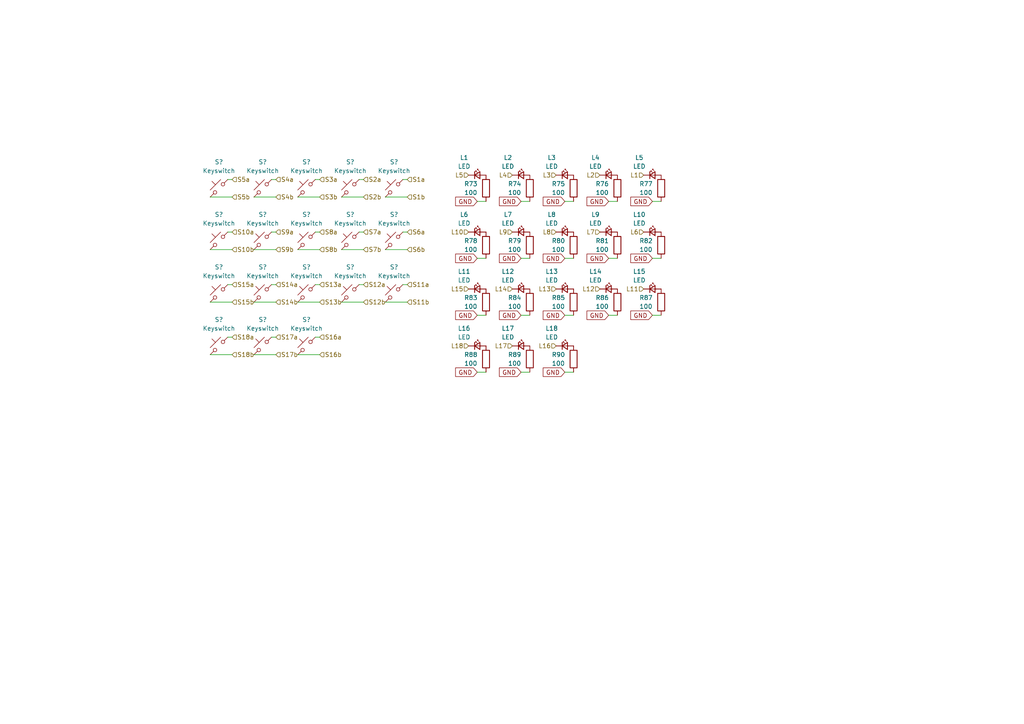
<source format=kicad_sch>
(kicad_sch (version 20230121) (generator eeschema)
  (paper "A4")
  (lib_symbols
    (symbol "Device:LED_Small" (pin_numbers hide) (pin_names (offset 0.254) hide)
      (property "Reference" "D" (at -1.27 3.175 0))
      (property "Value" "LED_Small" (at -4.445 -2.54 0))
      (symbol "LED_Small_0_1"
        (polyline (pts (xy -0.762 -1.016) (xy -0.762 1.016)) (stroke (width 0.254)))
        (polyline (pts (xy 1.016 0) (xy -0.762 0)))
        (polyline (pts (xy 0.762 -1.016) (xy -0.762 0) (xy 0.762 1.016) (xy 0.762 -1.016)) (stroke (width 0.254)))
        (polyline (pts (xy 0 0.762) (xy -0.508 1.27) (xy -0.254 1.27) (xy -0.508 1.27) (xy -0.508 1.016)))
        (polyline (pts (xy 0.508 1.27) (xy 0 1.778) (xy 0.254 1.778) (xy 0 1.778) (xy 0 1.524)))
      )
      (symbol "LED_Small_1_1"
        (pin passive line (at -2.54 0 0) (length 1.778) (name "K") (number "1"))
        (pin passive line (at 2.54 0 180) (length 1.778) (name "A") (number "2"))
      )
    )
    (symbol "ScottoKeebs:Placeholder_Keyswitch" (pin_numbers hide) (pin_names (offset 1.016) hide)
      (property "Reference" "S" (at 3.048 1.016 0))
      (property "Value" "Keyswitch" (at 0 -3.81 0))
      (symbol "Placeholder_Keyswitch_0_1"
        (circle (center -1.1684 1.1684) (radius 0.508))
        (polyline (pts (xy -0.508 2.54) (xy 2.54 -0.508)))
        (polyline (pts (xy 1.016 1.016) (xy 2.032 2.032)))
        (polyline (pts (xy -2.54 2.54) (xy -1.524 1.524) (xy -1.524 1.524)))
        (polyline (pts (xy 1.524 -1.524) (xy 2.54 -2.54) (xy 2.54 -2.54) (xy 2.54 -2.54)))
        (circle (center 1.143 -1.1938) (radius 0.508))
        (pin passive line (at -2.54 2.54 0) (length 0) (name "1") (number "1"))
        (pin passive line (at 2.54 -2.54 180) (length 0) (name "2") (number "2"))
      )
    )
    (symbol "ScottoKeebs:Placeholder_Resistor" (pin_numbers hide) (pin_names (offset 0))
      (property "Reference" "R" (at 0 2.032 0))
      (property "Value" "Resistor" (at 0 -2.54 0))
      (symbol "Placeholder_Resistor_0_1"
        (rectangle (start 2.54 -1.016) (end -2.54 1.016) (stroke (width 0.254)))
      )
      (symbol "Placeholder_Resistor_1_1"
        (pin passive line (at -3.81 0 0) (length 1.27) (name "~") (number "1"))
        (pin passive line (at 3.81 0 180) (length 1.27) (name "~") (number "2"))
      )
    )
  )
  (wire (pts (xy 163.83 74.93) (xy 166.37 74.93)))
  (wire (pts (xy 67.31 102.87) (xy 60.96 102.87)))
  (wire (pts (xy 80.01 87.63) (xy 73.66 87.63)))
  (wire (pts (xy 163.83 107.95) (xy 166.37 107.95)))
  (wire (pts (xy 67.31 67.31) (xy 66.04 67.31)))
  (wire (pts (xy 105.41 52.07) (xy 104.14 52.07)))
  (wire (pts (xy 163.83 91.44) (xy 166.37 91.44)))
  (wire (pts (xy 151.13 74.93) (xy 153.67 74.93)))
  (wire (pts (xy 105.41 82.55) (xy 104.14 82.55)))
  (wire (pts (xy 92.71 67.31) (xy 91.44 67.31)))
  (wire (pts (xy 118.11 87.63) (xy 111.76 87.63)))
  (wire (pts (xy 189.23 74.93) (xy 191.77 74.93)))
  (wire (pts (xy 118.11 67.31) (xy 116.84 67.31)))
  (wire (pts (xy 105.41 67.31) (xy 104.14 67.31)))
  (wire (pts (xy 67.31 87.63) (xy 60.96 87.63)))
  (wire (pts (xy 80.01 57.15) (xy 73.66 57.15)))
  (wire (pts (xy 151.13 91.44) (xy 153.67 91.44)))
  (wire (pts (xy 138.43 74.93) (xy 140.97 74.93)))
  (wire (pts (xy 176.53 91.44) (xy 179.07 91.44)))
  (wire (pts (xy 92.71 72.39) (xy 86.36 72.39)))
  (wire (pts (xy 189.23 91.44) (xy 191.77 91.44)))
  (wire (pts (xy 92.71 52.07) (xy 91.44 52.07)))
  (wire (pts (xy 67.31 82.55) (xy 66.04 82.55)))
  (wire (pts (xy 67.31 57.15) (xy 60.96 57.15)))
  (wire (pts (xy 80.01 72.39) (xy 73.66 72.39)))
  (wire (pts (xy 92.71 97.79) (xy 91.44 97.79)))
  (wire (pts (xy 138.43 107.95) (xy 140.97 107.95)))
  (wire (pts (xy 92.71 87.63) (xy 86.36 87.63)))
  (wire (pts (xy 138.43 58.42) (xy 140.97 58.42)))
  (wire (pts (xy 105.41 57.15) (xy 99.06 57.15)))
  (wire (pts (xy 92.71 82.55) (xy 91.44 82.55)))
  (wire (pts (xy 151.13 107.95) (xy 153.67 107.95)))
  (wire (pts (xy 138.43 91.44) (xy 140.97 91.44)))
  (wire (pts (xy 67.31 52.07) (xy 66.04 52.07)))
  (wire (pts (xy 80.01 52.07) (xy 78.74 52.07)))
  (wire (pts (xy 118.11 57.15) (xy 111.76 57.15)))
  (wire (pts (xy 67.31 97.79) (xy 66.04 97.79)))
  (wire (pts (xy 92.71 57.15) (xy 86.36 57.15)))
  (wire (pts (xy 92.71 102.87) (xy 86.36 102.87)))
  (wire (pts (xy 176.53 58.42) (xy 179.07 58.42)))
  (wire (pts (xy 118.11 82.55) (xy 116.84 82.55)))
  (wire (pts (xy 118.11 52.07) (xy 116.84 52.07)))
  (wire (pts (xy 80.01 97.79) (xy 78.74 97.79)))
  (wire (pts (xy 189.23 58.42) (xy 191.77 58.42)))
  (wire (pts (xy 176.53 74.93) (xy 179.07 74.93)))
  (wire (pts (xy 80.01 82.55) (xy 78.74 82.55)))
  (wire (pts (xy 105.41 87.63) (xy 99.06 87.63)))
  (wire (pts (xy 163.83 58.42) (xy 166.37 58.42)))
  (wire (pts (xy 80.01 67.31) (xy 78.74 67.31)))
  (wire (pts (xy 105.41 72.39) (xy 99.06 72.39)))
  (wire (pts (xy 80.01 102.87) (xy 73.66 102.87)))
  (wire (pts (xy 67.31 72.39) (xy 60.96 72.39)))
  (wire (pts (xy 151.13 58.42) (xy 153.67 58.42)))
  (wire (pts (xy 118.11 72.39) (xy 111.76 72.39)))
  (global_label "GND" (shape input) (at 151.13 58.42 180) (property "Intersheetrefs" "${INTERSHEET_REFS}" (effects hide)))
  (global_label "GND" (shape input) (at 163.83 107.95 180) (property "Intersheetrefs" "${INTERSHEET_REFS}" (effects hide)))
  (global_label "GND" (shape input) (at 163.83 58.42 180) (property "Intersheetrefs" "${INTERSHEET_REFS}" (effects hide)))
  (global_label "GND" (shape input) (at 189.23 91.44 180) (property "Intersheetrefs" "${INTERSHEET_REFS}" (effects hide)))
  (global_label "GND" (shape input) (at 138.43 107.95 180) (property "Intersheetrefs" "${INTERSHEET_REFS}" (effects hide)))
  (global_label "GND" (shape input) (at 163.83 91.44 180) (property "Intersheetrefs" "${INTERSHEET_REFS}" (effects hide)))
  (global_label "GND" (shape input) (at 176.53 91.44 180) (property "Intersheetrefs" "${INTERSHEET_REFS}" (effects hide)))
  (global_label "GND" (shape input) (at 189.23 74.93 180) (property "Intersheetrefs" "${INTERSHEET_REFS}" (effects hide)))
  (global_label "GND" (shape input) (at 176.53 74.93 180) (property "Intersheetrefs" "${INTERSHEET_REFS}" (effects hide)))
  (global_label "GND" (shape input) (at 163.83 74.93 180) (property "Intersheetrefs" "${INTERSHEET_REFS}" (effects hide)))
  (global_label "GND" (shape input) (at 176.53 58.42 180) (property "Intersheetrefs" "${INTERSHEET_REFS}" (effects hide)))
  (global_label "GND" (shape input) (at 151.13 107.95 180) (property "Intersheetrefs" "${INTERSHEET_REFS}" (effects hide)))
  (global_label "GND" (shape input) (at 138.43 91.44 180) (property "Intersheetrefs" "${INTERSHEET_REFS}" (effects hide)))
  (global_label "GND" (shape input) (at 189.23 58.42 180) (property "Intersheetrefs" "${INTERSHEET_REFS}" (effects hide)))
  (global_label "GND" (shape input) (at 151.13 74.93 180) (property "Intersheetrefs" "${INTERSHEET_REFS}" (effects hide)))
  (global_label "GND" (shape input) (at 138.43 58.42 180) (property "Intersheetrefs" "${INTERSHEET_REFS}" (effects hide)))
  (global_label "GND" (shape input) (at 151.13 91.44 180) (property "Intersheetrefs" "${INTERSHEET_REFS}" (effects hide)))
  (global_label "GND" (shape input) (at 138.43 74.93 180) (property "Intersheetrefs" "${INTERSHEET_REFS}" (effects hide)))
  (hierarchical_label "S4a" (shape input) (at 80.01 52.07 0))
  (hierarchical_label "S17b" (shape input) (at 80.01 102.87 0))
  (hierarchical_label "S5b" (shape input) (at 67.31 57.15 0))
  (hierarchical_label "L10" (shape input) (at 135.89 67.31 180))
  (hierarchical_label "S13a" (shape input) (at 92.71 82.55 0))
  (hierarchical_label "S18b" (shape input) (at 67.31 102.87 0))
  (hierarchical_label "S5a" (shape input) (at 67.31 52.07 0))
  (hierarchical_label "L17" (shape input) (at 148.59 100.33 180))
  (hierarchical_label "S11b" (shape input) (at 118.11 87.63 0))
  (hierarchical_label "L1" (shape input) (at 186.69 50.8 180))
  (hierarchical_label "L12" (shape input) (at 173.99 83.82 180))
  (hierarchical_label "L2" (shape input) (at 173.99 50.8 180))
  (hierarchical_label "L6" (shape input) (at 186.69 67.31 180))
  (hierarchical_label "L9" (shape input) (at 148.59 67.31 180))
  (hierarchical_label "L16" (shape input) (at 161.29 100.33 180))
  (hierarchical_label "S8b" (shape input) (at 92.71 72.39 0))
  (hierarchical_label "S1b" (shape input) (at 118.11 57.15 0))
  (hierarchical_label "S6b" (shape input) (at 118.11 72.39 0))
  (hierarchical_label "L13" (shape input) (at 161.29 83.82 180))
  (hierarchical_label "S16b" (shape input) (at 92.71 102.87 0))
  (hierarchical_label "S10a" (shape input) (at 67.31 67.31 0))
  (hierarchical_label "S3b" (shape input) (at 92.71 57.15 0))
  (hierarchical_label "S1a" (shape input) (at 118.11 52.07 0))
  (hierarchical_label "S15b" (shape input) (at 67.31 87.63 0))
  (hierarchical_label "S14b" (shape input) (at 80.01 87.63 0))
  (hierarchical_label "L14" (shape input) (at 148.59 83.82 180))
  (hierarchical_label "S15a" (shape input) (at 67.31 82.55 0))
  (hierarchical_label "S9a" (shape input) (at 80.01 67.31 0))
  (hierarchical_label "L5" (shape input) (at 135.89 50.8 180))
  (hierarchical_label "S6a" (shape input) (at 118.11 67.31 0))
  (hierarchical_label "L3" (shape input) (at 161.29 50.8 180))
  (hierarchical_label "S14a" (shape input) (at 80.01 82.55 0))
  (hierarchical_label "S7b" (shape input) (at 105.41 72.39 0))
  (hierarchical_label "S16a" (shape input) (at 92.71 97.79 0))
  (hierarchical_label "S7a" (shape input) (at 105.41 67.31 0))
  (hierarchical_label "S8a" (shape input) (at 92.71 67.31 0))
  (hierarchical_label "S4b" (shape input) (at 80.01 57.15 0))
  (hierarchical_label "S18a" (shape input) (at 67.31 97.79 0))
  (hierarchical_label "S12b" (shape input) (at 105.41 87.63 0))
  (hierarchical_label "L15" (shape input) (at 135.89 83.82 180))
  (hierarchical_label "S11a" (shape input) (at 118.11 82.55 0))
  (hierarchical_label "S17a" (shape input) (at 80.01 97.79 0))
  (hierarchical_label "L8" (shape input) (at 161.29 67.31 180))
  (hierarchical_label "S12a" (shape input) (at 105.41 82.55 0))
  (hierarchical_label "L7" (shape input) (at 173.99 67.31 180))
  (hierarchical_label "S3a" (shape input) (at 92.71 52.07 0))
  (hierarchical_label "S9b" (shape input) (at 80.01 72.39 0))
  (hierarchical_label "S13b" (shape input) (at 92.71 87.63 0))
  (hierarchical_label "L11" (shape input) (at 186.69 83.82 180))
  (hierarchical_label "S2b" (shape input) (at 105.41 57.15 0))
  (hierarchical_label "S10b" (shape input) (at 67.31 72.39 0))
  (hierarchical_label "L18" (shape input) (at 135.89 100.33 180))
  (hierarchical_label "S2a" (shape input) (at 105.41 52.07 0))
  (hierarchical_label "L4" (shape input) (at 148.59 50.8 180))
  (symbol (lib_id "Device:LED_Small") (at 151.13 50.8 0) (unit 1)
    (property "Reference" "L2" (at 147.32 45.72 0))
    (property "Value" "LED" (at 147.32 48.26 0))
    (property "Footprint" "LED_SMD:LED_0603_1608Metric" (effects hide))
    (instances (project "unchat_keeb" (path "" (reference "L2") (unit 1)) (path "" (reference "L22") (unit 1))))
  )
  (symbol (lib_id "Device:LED_Small") (at 163.83 100.33 0) (unit 1)
    (property "Reference" "L18" (at 160.02 95.25 0))
    (property "Value" "LED" (at 160.02 97.79 0))
    (property "Footprint" "LED_SMD:LED_0603_1608Metric" (effects hide))
    (instances (project "unchat_keeb" (path "" (reference "L18") (unit 1)) (path "" (reference "L34") (unit 1))))
  )
  (symbol (lib_id "ScottoKeebs:Placeholder_Keyswitch") (at 114.3 85.09 0) (mirror y) (unit 1)
    (property "Reference" "S?" (at 114.3 77.47 0))
    (property "Value" "Keyswitch" (at 114.3 80.01 0))
    (property "Footprint" "GKanwarLibrary:Choc_V1_LED_1.00u" (effects hide))
    (instances (project "unchat_keeb" (path "" (reference "S?") (unit 1)) (path "" (reference "S11") (unit 1)) (path "" (reference "S29") (unit 1))))
  )
  (symbol (lib_id "ScottoKeebs:Placeholder_Keyswitch") (at 114.3 54.61 0) (mirror y) (unit 1)
    (property "Reference" "S?" (at 114.3 46.99 0))
    (property "Value" "Keyswitch" (at 114.3 49.53 0))
    (property "Footprint" "GKanwarLibrary:Choc_V1_LED_1.00u" (effects hide))
    (instances (project "unchat_keeb" (path "" (reference "S?") (unit 1)) (path "" (reference "S1") (unit 1)) (path "" (reference "S19") (unit 1))))
  )
  (symbol (lib_id "ScottoKeebs:Placeholder_Keyswitch") (at 101.6 69.85 0) (mirror y) (unit 1)
    (property "Reference" "S?" (at 101.6 62.23 0))
    (property "Value" "Keyswitch" (at 101.6 64.77 0))
    (property "Footprint" "GKanwarLibrary:Choc_V1_LED_1.00u" (effects hide))
    (instances (project "unchat_keeb" (path "" (reference "S?") (unit 1)) (path "" (reference "S7") (unit 1)) (path "" (reference "S25") (unit 1))))
  )
  (symbol (lib_id "Device:LED_Small") (at 163.83 50.8 0) (unit 1)
    (property "Reference" "L3" (at 160.02 45.72 0))
    (property "Value" "LED" (at 160.02 48.26 0))
    (property "Footprint" "LED_SMD:LED_0603_1608Metric" (effects hide))
    (instances (project "unchat_keeb" (path "" (reference "L3") (unit 1)) (path "" (reference "L21") (unit 1))))
  )
  (symbol (lib_id "ScottoKeebs:Placeholder_Resistor") (at 191.77 71.12 90) (unit 1)
    (property "Reference" "R82" (at 185.42 69.85 90) (effects (justify right)))
    (property "Value" "100" (at 185.42 72.39 90) (effects (justify right)))
    (property "Footprint" "Resistor_SMD:R_0805_2012Metric" (effects hide))
    (instances (project "unchat_keeb" (path "" (reference "R82") (unit 1)) (path "" (reference "R106") (unit 1))))
  )
  (symbol (lib_id "ScottoKeebs:Placeholder_Resistor") (at 166.37 104.14 90) (unit 1)
    (property "Reference" "R90" (at 160.02 102.87 90) (effects (justify right)))
    (property "Value" "100" (at 160.02 105.41 90) (effects (justify right)))
    (property "Footprint" "Resistor_SMD:R_0805_2012Metric" (effects hide))
    (instances (project "unchat_keeb" (path "" (reference "R90") (unit 1)) (path "" (reference "R108") (unit 1))))
  )
  (symbol (lib_id "ScottoKeebs:Placeholder_Resistor") (at 191.77 54.61 90) (unit 1)
    (property "Reference" "R77" (at 185.42 53.34 90) (effects (justify right)))
    (property "Value" "100" (at 185.42 55.88 90) (effects (justify right)))
    (property "Footprint" "Resistor_SMD:R_0805_2012Metric" (effects hide))
    (instances (project "unchat_keeb" (path "" (reference "R77") (unit 1)) (path "" (reference "R105") (unit 1))))
  )
  (symbol (lib_id "ScottoKeebs:Placeholder_Resistor") (at 153.67 104.14 90) (unit 1)
    (property "Reference" "R89" (at 147.32 102.87 90) (effects (justify right)))
    (property "Value" "100" (at 147.32 105.41 90) (effects (justify right)))
    (property "Footprint" "Resistor_SMD:R_0805_2012Metric" (effects hide))
    (instances (project "unchat_keeb" (path "" (reference "R89") (unit 1)) (path "" (reference "R104") (unit 1))))
  )
  (symbol (lib_id "ScottoKeebs:Placeholder_Resistor") (at 166.37 71.12 90) (unit 1)
    (property "Reference" "R80" (at 160.02 69.85 90) (effects (justify right)))
    (property "Value" "100" (at 160.02 72.39 90) (effects (justify right)))
    (property "Footprint" "Resistor_SMD:R_0805_2012Metric" (effects hide))
    (instances (project "unchat_keeb" (path "" (reference "R80") (unit 1)) (path "" (reference "R98") (unit 1))))
  )
  (symbol (lib_id "ScottoKeebs:Placeholder_Keyswitch") (at 63.5 69.85 0) (mirror y) (unit 1)
    (property "Reference" "S?" (at 63.5 62.23 0))
    (property "Value" "Keyswitch" (at 63.5 64.77 0))
    (property "Footprint" "GKanwarLibrary:Choc_V1_LED_1.00u" (effects hide))
    (instances (project "unchat_keeb" (path "" (reference "S?") (unit 1)) (path "" (reference "S10") (unit 1)) (path "" (reference "S28") (unit 1))))
  )
  (symbol (lib_id "Device:LED_Small") (at 163.83 67.31 0) (unit 1)
    (property "Reference" "L8" (at 160.02 62.23 0))
    (property "Value" "LED" (at 160.02 64.77 0))
    (property "Footprint" "LED_SMD:LED_0603_1608Metric" (effects hide))
    (instances (project "unchat_keeb" (path "" (reference "L8") (unit 1)) (path "" (reference "L26") (unit 1))))
  )
  (symbol (lib_id "ScottoKeebs:Placeholder_Keyswitch") (at 63.5 54.61 0) (mirror y) (unit 1)
    (property "Reference" "S?" (at 63.5 46.99 0))
    (property "Value" "Keyswitch" (at 63.5 49.53 0))
    (property "Footprint" "GKanwarLibrary:Choc_V1_LED_1.00u" (effects hide))
    (instances (project "unchat_keeb" (path "" (reference "S?") (unit 1)) (path "" (reference "S5") (unit 1)) (path "" (reference "S23") (unit 1))))
  )
  (symbol (lib_id "ScottoKeebs:Placeholder_Keyswitch") (at 76.2 69.85 0) (mirror y) (unit 1)
    (property "Reference" "S?" (at 76.2 62.23 0))
    (property "Value" "Keyswitch" (at 76.2 64.77 0))
    (property "Footprint" "GKanwarLibrary:Choc_V1_LED_1.00u" (effects hide))
    (instances (project "unchat_keeb" (path "" (reference "S?") (unit 1)) (path "" (reference "S9") (unit 1)) (path "" (reference "S27") (unit 1))))
  )
  (symbol (lib_id "ScottoKeebs:Placeholder_Keyswitch") (at 88.9 69.85 0) (mirror y) (unit 1)
    (property "Reference" "S?" (at 88.9 62.23 0))
    (property "Value" "Keyswitch" (at 88.9 64.77 0))
    (property "Footprint" "GKanwarLibrary:Choc_V1_LED_1.00u" (effects hide))
    (instances (project "unchat_keeb" (path "" (reference "S?") (unit 1)) (path "" (reference "S8") (unit 1)) (path "" (reference "S26") (unit 1))))
  )
  (symbol (lib_id "Device:LED_Small") (at 176.53 50.8 0) (unit 1)
    (property "Reference" "L4" (at 172.72 45.72 0))
    (property "Value" "LED" (at 172.72 48.26 0))
    (property "Footprint" "LED_SMD:LED_0603_1608Metric" (effects hide))
    (instances (project "unchat_keeb" (path "" (reference "L4") (unit 1)) (path "" (reference "L20") (unit 1))))
  )
  (symbol (lib_id "ScottoKeebs:Placeholder_Resistor") (at 179.07 71.12 90) (unit 1)
    (property "Reference" "R81" (at 172.72 69.85 90) (effects (justify right)))
    (property "Value" "100" (at 172.72 72.39 90) (effects (justify right)))
    (property "Footprint" "Resistor_SMD:R_0805_2012Metric" (effects hide))
    (instances (project "unchat_keeb" (path "" (reference "R81") (unit 1)) (path "" (reference "R102") (unit 1))))
  )
  (symbol (lib_id "ScottoKeebs:Placeholder_Keyswitch") (at 63.5 85.09 0) (mirror y) (unit 1)
    (property "Reference" "S?" (at 63.5 77.47 0))
    (property "Value" "Keyswitch" (at 63.5 80.01 0))
    (property "Footprint" "GKanwarLibrary:Choc_V1_LED_1.00u" (effects hide))
    (instances (project "unchat_keeb" (path "" (reference "S?") (unit 1)) (path "" (reference "S15") (unit 1)) (path "" (reference "S33") (unit 1))))
  )
  (symbol (lib_id "Device:LED_Small") (at 138.43 100.33 0) (unit 1)
    (property "Reference" "L16" (at 134.62 95.25 0))
    (property "Value" "LED" (at 134.62 97.79 0))
    (property "Footprint" "LED_SMD:LED_0603_1608Metric" (effects hide))
    (instances (project "unchat_keeb" (path "" (reference "L16") (unit 1)) (path "" (reference "L36") (unit 1))))
  )
  (symbol (lib_id "ScottoKeebs:Placeholder_Resistor") (at 140.97 54.61 90) (unit 1)
    (property "Reference" "R73" (at 134.62 53.34 90) (effects (justify right)))
    (property "Value" "100" (at 134.62 55.88 90) (effects (justify right)))
    (property "Footprint" "Resistor_SMD:R_0805_2012Metric" (effects hide))
    (instances (project "unchat_keeb" (path "" (reference "R73") (unit 1)) (path "" (reference "R91") (unit 1))))
  )
  (symbol (lib_id "Device:LED_Small") (at 163.83 83.82 0) (unit 1)
    (property "Reference" "L13" (at 160.02 78.74 0))
    (property "Value" "LED" (at 160.02 81.28 0))
    (property "Footprint" "LED_SMD:LED_0603_1608Metric" (effects hide))
    (instances (project "unchat_keeb" (path "" (reference "L13") (unit 1)) (path "" (reference "L31") (unit 1))))
  )
  (symbol (lib_id "ScottoKeebs:Placeholder_Resistor") (at 179.07 87.63 90) (unit 1)
    (property "Reference" "R86" (at 172.72 86.36 90) (effects (justify right)))
    (property "Value" "100" (at 172.72 88.9 90) (effects (justify right)))
    (property "Footprint" "Resistor_SMD:R_0805_2012Metric" (effects hide))
    (instances (project "unchat_keeb" (path "" (reference "R86") (unit 1)) (path "" (reference "R103") (unit 1))))
  )
  (symbol (lib_id "ScottoKeebs:Placeholder_Resistor") (at 153.67 87.63 90) (unit 1)
    (property "Reference" "R84" (at 147.32 86.36 90) (effects (justify right)))
    (property "Value" "100" (at 147.32 88.9 90) (effects (justify right)))
    (property "Footprint" "Resistor_SMD:R_0805_2012Metric" (effects hide))
    (instances (project "unchat_keeb" (path "" (reference "R84") (unit 1)) (path "" (reference "R96") (unit 1))))
  )
  (symbol (lib_id "ScottoKeebs:Placeholder_Resistor") (at 140.97 104.14 90) (unit 1)
    (property "Reference" "R88" (at 134.62 102.87 90) (effects (justify right)))
    (property "Value" "100" (at 134.62 105.41 90) (effects (justify right)))
    (property "Footprint" "Resistor_SMD:R_0805_2012Metric" (effects hide))
    (instances (project "unchat_keeb" (path "" (reference "R88") (unit 1)) (path "" (reference "R100") (unit 1))))
  )
  (symbol (lib_id "Device:LED_Small") (at 189.23 50.8 0) (unit 1)
    (property "Reference" "L5" (at 185.42 45.72 0))
    (property "Value" "LED" (at 185.42 48.26 0))
    (property "Footprint" "LED_SMD:LED_0603_1608Metric" (effects hide))
    (instances (project "unchat_keeb" (path "" (reference "L5") (unit 1)) (path "" (reference "L19") (unit 1))))
  )
  (symbol (lib_id "ScottoKeebs:Placeholder_Keyswitch") (at 114.3 69.85 0) (mirror y) (unit 1)
    (property "Reference" "S?" (at 114.3 62.23 0))
    (property "Value" "Keyswitch" (at 114.3 64.77 0))
    (property "Footprint" "GKanwarLibrary:Choc_V1_LED_1.00u" (effects hide))
    (instances (project "unchat_keeb" (path "" (reference "S?") (unit 1)) (path "" (reference "S6") (unit 1)) (path "" (reference "S24") (unit 1))))
  )
  (symbol (lib_id "ScottoKeebs:Placeholder_Resistor") (at 166.37 54.61 90) (unit 1)
    (property "Reference" "R75" (at 160.02 53.34 90) (effects (justify right)))
    (property "Value" "100" (at 160.02 55.88 90) (effects (justify right)))
    (property "Footprint" "Resistor_SMD:R_0805_2012Metric" (effects hide))
    (instances (project "unchat_keeb" (path "" (reference "R75") (unit 1)) (path "" (reference "R97") (unit 1))))
  )
  (symbol (lib_id "ScottoKeebs:Placeholder_Resistor") (at 179.07 54.61 90) (unit 1)
    (property "Reference" "R76" (at 172.72 53.34 90) (effects (justify right)))
    (property "Value" "100" (at 172.72 55.88 90) (effects (justify right)))
    (property "Footprint" "Resistor_SMD:R_0805_2012Metric" (effects hide))
    (instances (project "unchat_keeb" (path "" (reference "R76") (unit 1)) (path "" (reference "R101") (unit 1))))
  )
  (symbol (lib_id "ScottoKeebs:Placeholder_Keyswitch") (at 101.6 85.09 0) (mirror y) (unit 1)
    (property "Reference" "S?" (at 101.6 77.47 0))
    (property "Value" "Keyswitch" (at 101.6 80.01 0))
    (property "Footprint" "GKanwarLibrary:Choc_V1_LED_1.00u" (effects hide))
    (instances (project "unchat_keeb" (path "" (reference "S?") (unit 1)) (path "" (reference "S12") (unit 1)) (path "" (reference "S30") (unit 1))))
  )
  (symbol (lib_id "ScottoKeebs:Placeholder_Resistor") (at 153.67 54.61 90) (unit 1)
    (property "Reference" "R74" (at 147.32 53.34 90) (effects (justify right)))
    (property "Value" "100" (at 147.32 55.88 90) (effects (justify right)))
    (property "Footprint" "Resistor_SMD:R_0805_2012Metric" (effects hide))
    (instances (project "unchat_keeb" (path "" (reference "R74") (unit 1)) (path "" (reference "R94") (unit 1))))
  )
  (symbol (lib_id "Device:LED_Small") (at 151.13 100.33 0) (unit 1)
    (property "Reference" "L17" (at 147.32 95.25 0))
    (property "Value" "LED" (at 147.32 97.79 0))
    (property "Footprint" "LED_SMD:LED_0603_1608Metric" (effects hide))
    (instances (project "unchat_keeb" (path "" (reference "L17") (unit 1)) (path "" (reference "L35") (unit 1))))
  )
  (symbol (lib_id "ScottoKeebs:Placeholder_Resistor") (at 191.77 87.63 90) (unit 1)
    (property "Reference" "R87" (at 185.42 86.36 90) (effects (justify right)))
    (property "Value" "100" (at 185.42 88.9 90) (effects (justify right)))
    (property "Footprint" "Resistor_SMD:R_0805_2012Metric" (effects hide))
    (instances (project "unchat_keeb" (path "" (reference "R87") (unit 1)) (path "" (reference "R107") (unit 1))))
  )
  (symbol (lib_id "Device:LED_Small") (at 138.43 83.82 0) (unit 1)
    (property "Reference" "L11" (at 134.62 78.74 0))
    (property "Value" "LED" (at 134.62 81.28 0))
    (property "Footprint" "LED_SMD:LED_0603_1608Metric" (effects hide))
    (instances (project "unchat_keeb" (path "" (reference "L11") (unit 1)) (path "" (reference "L33") (unit 1))))
  )
  (symbol (lib_id "ScottoKeebs:Placeholder_Keyswitch") (at 76.2 54.61 0) (mirror y) (unit 1)
    (property "Reference" "S?" (at 76.2 46.99 0))
    (property "Value" "Keyswitch" (at 76.2 49.53 0))
    (property "Footprint" "GKanwarLibrary:Choc_V1_LED_1.00u" (effects hide))
    (instances (project "unchat_keeb" (path "" (reference "S?") (unit 1)) (path "" (reference "S4") (unit 1)) (path "" (reference "S22") (unit 1))))
  )
  (symbol (lib_id "ScottoKeebs:Placeholder_Keyswitch") (at 76.2 85.09 0) (mirror y) (unit 1)
    (property "Reference" "S?" (at 76.2 77.47 0))
    (property "Value" "Keyswitch" (at 76.2 80.01 0))
    (property "Footprint" "GKanwarLibrary:Choc_V1_LED_1.00u" (effects hide))
    (instances (project "unchat_keeb" (path "" (reference "S?") (unit 1)) (path "" (reference "S14") (unit 1)) (path "" (reference "S32") (unit 1))))
  )
  (symbol (lib_id "Device:LED_Small") (at 189.23 83.82 0) (unit 1)
    (property "Reference" "L15" (at 185.42 78.74 0))
    (property "Value" "LED" (at 185.42 81.28 0))
    (property "Footprint" "LED_SMD:LED_0603_1608Metric" (effects hide))
    (instances (project "unchat_keeb" (path "" (reference "L15") (unit 1)) (path "" (reference "L29") (unit 1))))
  )
  (symbol (lib_id "ScottoKeebs:Placeholder_Resistor") (at 140.97 71.12 90) (unit 1)
    (property "Reference" "R78" (at 134.62 69.85 90) (effects (justify right)))
    (property "Value" "100" (at 134.62 72.39 90) (effects (justify right)))
    (property "Footprint" "Resistor_SMD:R_0805_2012Metric" (effects hide))
    (instances (project "unchat_keeb" (path "" (reference "R78") (unit 1)) (path "" (reference "R92") (unit 1))))
  )
  (symbol (lib_id "ScottoKeebs:Placeholder_Resistor") (at 140.97 87.63 90) (unit 1)
    (property "Reference" "R83" (at 134.62 86.36 90) (effects (justify right)))
    (property "Value" "100" (at 134.62 88.9 90) (effects (justify right)))
    (property "Footprint" "Resistor_SMD:R_0805_2012Metric" (effects hide))
    (instances (project "unchat_keeb" (path "" (reference "R83") (unit 1)) (path "" (reference "R93") (unit 1))))
  )
  (symbol (lib_id "Device:LED_Small") (at 189.23 67.31 0) (unit 1)
    (property "Reference" "L10" (at 185.42 62.23 0))
    (property "Value" "LED" (at 185.42 64.77 0))
    (property "Footprint" "LED_SMD:LED_0603_1608Metric" (effects hide))
    (instances (project "unchat_keeb" (path "" (reference "L10") (unit 1)) (path "" (reference "L24") (unit 1))))
  )
  (symbol (lib_id "ScottoKeebs:Placeholder_Keyswitch") (at 76.2 100.33 0) (mirror y) (unit 1)
    (property "Reference" "S?" (at 76.2 92.71 0))
    (property "Value" "Keyswitch" (at 76.2 95.25 0))
    (property "Footprint" "GKanwarLibrary:Choc_V1_LED_1.50u_90deg" (effects hide))
    (instances (project "unchat_keeb" (path "" (reference "S?") (unit 1)) (path "" (reference "S17") (unit 1)) (path "" (reference "S35") (unit 1))))
  )
  (symbol (lib_id "ScottoKeebs:Placeholder_Keyswitch") (at 63.5 100.33 0) (mirror y) (unit 1)
    (property "Reference" "S?" (at 63.5 92.71 0))
    (property "Value" "Keyswitch" (at 63.5 95.25 0))
    (property "Footprint" "GKanwarLibrary:Choc_V1_LED_1.50u_90deg" (effects hide))
    (instances (project "unchat_keeb" (path "" (reference "S?") (unit 1)) (path "" (reference "S18") (unit 1)) (path "" (reference "S36") (unit 1))))
  )
  (symbol (lib_id "Device:LED_Small") (at 138.43 50.8 0) (unit 1)
    (property "Reference" "L1" (at 134.62 45.72 0))
    (property "Value" "LED" (at 134.62 48.26 0))
    (property "Footprint" "LED_SMD:LED_0603_1608Metric" (effects hide))
    (instances (project "unchat_keeb" (path "" (reference "L1") (unit 1)) (path "" (reference "L23") (unit 1))))
  )
  (symbol (lib_id "ScottoKeebs:Placeholder_Keyswitch") (at 88.9 85.09 0) (mirror y) (unit 1)
    (property "Reference" "S?" (at 88.9 77.47 0))
    (property "Value" "Keyswitch" (at 88.9 80.01 0))
    (property "Footprint" "GKanwarLibrary:Choc_V1_LED_1.00u" (effects hide))
    (instances (project "unchat_keeb" (path "" (reference "S?") (unit 1)) (path "" (reference "S13") (unit 1)) (path "" (reference "S31") (unit 1))))
  )
  (symbol (lib_id "ScottoKeebs:Placeholder_Keyswitch") (at 88.9 54.61 0) (mirror y) (unit 1)
    (property "Reference" "S?" (at 88.9 46.99 0))
    (property "Value" "Keyswitch" (at 88.9 49.53 0))
    (property "Footprint" "GKanwarLibrary:Choc_V1_LED_1.00u" (effects hide))
    (instances (project "unchat_keeb" (path "" (reference "S?") (unit 1)) (path "" (reference "S3") (unit 1)) (path "" (reference "S21") (unit 1))))
  )
  (symbol (lib_id "Device:LED_Small") (at 176.53 67.31 0) (unit 1)
    (property "Reference" "L9" (at 172.72 62.23 0))
    (property "Value" "LED" (at 172.72 64.77 0))
    (property "Footprint" "LED_SMD:LED_0603_1608Metric" (effects hide))
    (instances (project "unchat_keeb" (path "" (reference "L9") (unit 1)) (path "" (reference "L25") (unit 1))))
  )
  (symbol (lib_id "Device:LED_Small") (at 138.43 67.31 0) (unit 1)
    (property "Reference" "L6" (at 134.62 62.23 0))
    (property "Value" "LED" (at 134.62 64.77 0))
    (property "Footprint" "LED_SMD:LED_0603_1608Metric" (effects hide))
    (instances (project "unchat_keeb" (path "" (reference "L6") (unit 1)) (path "" (reference "L28") (unit 1))))
  )
  (symbol (lib_id "Device:LED_Small") (at 151.13 83.82 0) (unit 1)
    (property "Reference" "L12" (at 147.32 78.74 0))
    (property "Value" "LED" (at 147.32 81.28 0))
    (property "Footprint" "LED_SMD:LED_0603_1608Metric" (effects hide))
    (instances (project "unchat_keeb" (path "" (reference "L12") (unit 1)) (path "" (reference "L32") (unit 1))))
  )
  (symbol (lib_id "Device:LED_Small") (at 176.53 83.82 0) (unit 1)
    (property "Reference" "L14" (at 172.72 78.74 0))
    (property "Value" "LED" (at 172.72 81.28 0))
    (property "Footprint" "LED_SMD:LED_0603_1608Metric" (effects hide))
    (instances (project "unchat_keeb" (path "" (reference "L14") (unit 1)) (path "" (reference "L30") (unit 1))))
  )
  (symbol (lib_id "ScottoKeebs:Placeholder_Resistor") (at 153.67 71.12 90) (unit 1)
    (property "Reference" "R79" (at 147.32 69.85 90) (effects (justify right)))
    (property "Value" "100" (at 147.32 72.39 90) (effects (justify right)))
    (property "Footprint" "Resistor_SMD:R_0805_2012Metric" (effects hide))
    (instances (project "unchat_keeb" (path "" (reference "R79") (unit 1)) (path "" (reference "R95") (unit 1))))
  )
  (symbol (lib_id "ScottoKeebs:Placeholder_Resistor") (at 166.37 87.63 90) (unit 1)
    (property "Reference" "R85" (at 160.02 86.36 90) (effects (justify right)))
    (property "Value" "100" (at 160.02 88.9 90) (effects (justify right)))
    (property "Footprint" "Resistor_SMD:R_0805_2012Metric" (effects hide))
    (instances (project "unchat_keeb" (path "" (reference "R85") (unit 1)) (path "" (reference "R99") (unit 1))))
  )
  (symbol (lib_id "ScottoKeebs:Placeholder_Keyswitch") (at 101.6 54.61 0) (mirror y) (unit 1)
    (property "Reference" "S?" (at 101.6 46.99 0))
    (property "Value" "Keyswitch" (at 101.6 49.53 0))
    (property "Footprint" "GKanwarLibrary:Choc_V1_LED_1.00u" (effects hide))
    (instances (project "unchat_keeb" (path "" (reference "S?") (unit 1)) (path "" (reference "S2") (unit 1)) (path "" (reference "S20") (unit 1))))
  )
  (symbol (lib_id "Device:LED_Small") (at 151.13 67.31 0) (unit 1)
    (property "Reference" "L7" (at 147.32 62.23 0))
    (property "Value" "LED" (at 147.32 64.77 0))
    (property "Footprint" "LED_SMD:LED_0603_1608Metric" (effects hide))
    (instances (project "unchat_keeb" (path "" (reference "L7") (unit 1)) (path "" (reference "L27") (unit 1))))
  )
  (symbol (lib_id "ScottoKeebs:Placeholder_Keyswitch") (at 88.9 100.33 0) (mirror y) (unit 1)
    (property "Reference" "S?" (at 88.9 92.71 0))
    (property "Value" "Keyswitch" (at 88.9 95.25 0))
    (property "Footprint" "GKanwarLibrary:Choc_V1_LED_1.00u" (effects hide))
    (instances (project "unchat_keeb" (path "" (reference "S?") (unit 1)) (path "" (reference "S16") (unit 1)) (path "" (reference "S34") (unit 1))))
  )
)
</source>
